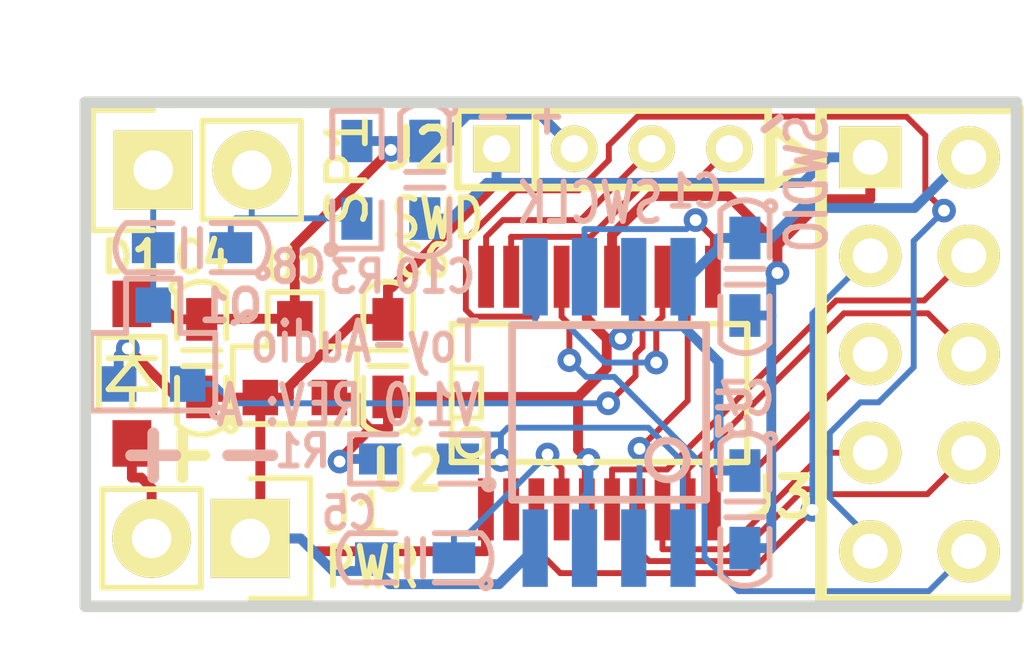
<source format=kicad_pcb>
(kicad_pcb (version 4) (host pcbnew "(2015-07-02 BZR 5871, Git 766da1e)-product")

  (general
    (links 50)
    (no_connects 0)
    (area 91.182123 87.0998 126.474667 103.450276)
    (thickness 1.6)
    (drawings 15)
    (tracks 258)
    (zones 0)
    (modules 18)
    (nets 23)
  )

  (page A4)
  (layers
    (0 F.Cu signal)
    (31 B.Cu signal)
    (32 B.Adhes user)
    (33 F.Adhes user)
    (34 B.Paste user)
    (35 F.Paste user)
    (36 B.SilkS user)
    (37 F.SilkS user)
    (38 B.Mask user)
    (39 F.Mask user)
    (40 Dwgs.User user)
    (41 Cmts.User user)
    (42 Eco1.User user)
    (43 Eco2.User user)
    (44 Edge.Cuts user)
    (45 Margin user)
    (46 B.CrtYd user)
    (47 F.CrtYd user)
    (48 B.Fab user)
    (49 F.Fab user)
  )

  (setup
    (last_trace_width 0.1524)
    (trace_clearance 0.1524)
    (zone_clearance 0.508)
    (zone_45_only no)
    (trace_min 0.1524)
    (segment_width 0.2)
    (edge_width 0.3)
    (via_size 0.6096)
    (via_drill 0.3048)
    (via_min_size 0.6096)
    (via_min_drill 0.3048)
    (uvia_size 0.3)
    (uvia_drill 0.1)
    (uvias_allowed no)
    (uvia_min_size 0.2)
    (uvia_min_drill 0.1)
    (pcb_text_width 0.3)
    (pcb_text_size 1.5 1.5)
    (mod_edge_width 0.2)
    (mod_text_size 1 1)
    (mod_text_width 0.15)
    (pad_size 0.50038 1.7)
    (pad_drill 0.6)
    (pad_to_mask_clearance 0)
    (aux_axis_origin 169 103)
    (grid_origin 169 103)
    (visible_elements 7FFEFFFF)
    (pcbplotparams
      (layerselection 0x000f0_80000001)
      (usegerberextensions true)
      (excludeedgelayer true)
      (linewidth 0.100000)
      (plotframeref false)
      (viasonmask false)
      (mode 1)
      (useauxorigin true)
      (hpglpennumber 1)
      (hpglpenspeed 20)
      (hpglpendiameter 15)
      (hpglpenoverlay 2)
      (psnegative false)
      (psa4output false)
      (plotreference true)
      (plotvalue false)
      (plotinvisibletext false)
      (padsonsilk false)
      (subtractmaskfromsilk true)
      (outputformat 1)
      (mirror false)
      (drillshape 0)
      (scaleselection 1)
      (outputdirectory Gerber/))
  )

  (net 0 "")
  (net 1 GND)
  (net 2 VCC)
  (net 3 VDD)
  (net 4 "Net-(C8-Pad1)")
  (net 5 "Net-(C8-Pad2)")
  (net 6 "Net-(D1-PadA)")
  (net 7 /SWCLK)
  (net 8 /SWDIO)
  (net 9 /SDA1)
  (net 10 /SCL1)
  (net 11 /UART2_EN)
  (net 12 /USART2_CTS)
  (net 13 /USART2_CK)
  (net 14 /USART2_RX)
  (net 15 /USART2_TX)
  (net 16 /USART2_RTS)
  (net 17 /PWM)
  (net 18 /~CS-FL)
  (net 19 /SCK1)
  (net 20 /MISO1)
  (net 21 /MOSI1)
  (net 22 "Net-(C5-Pad1)")

  (net_class Default "Dit is de standaard class."
    (clearance 0.1524)
    (trace_width 0.1524)
    (via_dia 0.6096)
    (via_drill 0.3048)
    (uvia_dia 0.3)
    (uvia_drill 0.1)
    (add_net /MISO1)
    (add_net /MOSI1)
    (add_net /PWM)
    (add_net /SCK1)
    (add_net /SCL1)
    (add_net /SDA1)
    (add_net /SWCLK)
    (add_net /SWDIO)
    (add_net /UART2_EN)
    (add_net /USART2_CK)
    (add_net /USART2_CTS)
    (add_net /USART2_RTS)
    (add_net /USART2_RX)
    (add_net /USART2_TX)
    (add_net /~CS-FL)
    (add_net "Net-(C5-Pad1)")
    (add_net "Net-(C8-Pad1)")
    (add_net "Net-(C8-Pad2)")
  )

  (net_class PWR ""
    (clearance 0.1524)
    (trace_width 0.254)
    (via_dia 0.6096)
    (via_drill 0.3048)
    (uvia_dia 0.3)
    (uvia_drill 0.1)
    (add_net GND)
    (add_net "Net-(D1-PadA)")
    (add_net VCC)
    (add_net VDD)
  )

  (module MvdL:C0603 (layer F.Cu) (tedit 55EE03CC) (tstamp 55EDFFDA)
    (at 99 96.6 270)
    (path /55EEE893)
    (attr smd)
    (fp_text reference C4 (at -2.6 0 360) (layer F.SilkS)
      (effects (font (size 0.8128 0.7112) (thickness 0.1524)))
    )
    (fp_text value 10u (at 0.0254 1.143 270) (layer F.Fab)
      (effects (font (size 0.50038 0.50038) (thickness 0.10922)))
    )
    (fp_line (start 0.2032 -0.4826) (end 0.2032 0.4826) (layer F.SilkS) (width 0.1524))
    (fp_line (start -0.2032 -0.4826) (end -0.2032 0.4826) (layer F.SilkS) (width 0.1524))
    (fp_line (start 0.5064 -0.635) (end 1.7002 -0.635) (layer F.SilkS) (width 0.1524))
    (fp_line (start 0.5064 0.635) (end 1.7002 0.635) (layer F.SilkS) (width 0.1524))
    (fp_arc (start 1.0906 0) (end 1.7002 0.635) (angle -90) (layer F.SilkS) (width 0.1524))
    (fp_arc (start -1.0906 0) (end -1.7002 0.635) (angle 90) (layer F.SilkS) (width 0.1524))
    (fp_line (start -0.5064 0.635) (end -1.7002 0.635) (layer F.SilkS) (width 0.1524))
    (fp_line (start -0.5064 -0.635) (end -1.7002 -0.635) (layer F.SilkS) (width 0.1524))
    (fp_circle (center -1.8224 0.658) (end -1.8224 0.531) (layer F.SilkS) (width 0.1524))
    (pad 1 smd rect (at -1 0 270) (size 1.1 0.8) (layers F.Cu F.Paste F.Mask)
      (net 2 VCC) (clearance 0.1524))
    (pad 2 smd rect (at 1 0 270) (size 1.1 0.8) (layers F.Cu F.Paste F.Mask)
      (net 1 GND) (clearance 0.1524))
    (model smd/chip_cms.wrl
      (at (xyz 0 0 0))
      (scale (xyz 0.1 0.1 0.1))
      (rotate (xyz 0 0 0))
    )
  )

  (module MvdL:C0603 (layer B.Cu) (tedit 55EF3857) (tstamp 55EDFFE0)
    (at 104.5 101.75 180)
    (path /55EEED18)
    (attr smd)
    (fp_text reference C5 (at 1.7 1.15 180) (layer B.SilkS)
      (effects (font (size 0.8128 0.7112) (thickness 0.1524)) (justify mirror))
    )
    (fp_text value 100n (at 0.0254 -1.143 180) (layer B.Fab)
      (effects (font (size 0.50038 0.50038) (thickness 0.10922)) (justify mirror))
    )
    (fp_line (start 0.2032 0.4826) (end 0.2032 -0.4826) (layer B.SilkS) (width 0.1524))
    (fp_line (start -0.2032 0.4826) (end -0.2032 -0.4826) (layer B.SilkS) (width 0.1524))
    (fp_line (start 0.5064 0.635) (end 1.7002 0.635) (layer B.SilkS) (width 0.1524))
    (fp_line (start 0.5064 -0.635) (end 1.7002 -0.635) (layer B.SilkS) (width 0.1524))
    (fp_arc (start 1.0906 0) (end 1.7002 -0.635) (angle 90) (layer B.SilkS) (width 0.1524))
    (fp_arc (start -1.0906 0) (end -1.7002 -0.635) (angle -90) (layer B.SilkS) (width 0.1524))
    (fp_line (start -0.5064 -0.635) (end -1.7002 -0.635) (layer B.SilkS) (width 0.1524))
    (fp_line (start -0.5064 0.635) (end -1.7002 0.635) (layer B.SilkS) (width 0.1524))
    (fp_circle (center -1.8224 -0.658) (end -1.8224 -0.531) (layer B.SilkS) (width 0.1524))
    (pad 1 smd rect (at -1 0 180) (size 1.1 0.8) (layers B.Cu B.Paste B.Mask)
      (net 22 "Net-(C5-Pad1)") (clearance 0.1524))
    (pad 2 smd rect (at 1 0 180) (size 1.1 0.8) (layers B.Cu B.Paste B.Mask)
      (net 1 GND) (clearance 0.1524))
    (model smd/chip_cms.wrl
      (at (xyz 0 0 0))
      (scale (xyz 0.1 0.1 0.1))
      (rotate (xyz 0 0 0))
    )
  )

  (module MvdL:C0603 (layer F.Cu) (tedit 55F1E250) (tstamp 55EDFFE6)
    (at 103.8 96.6 90)
    (path /55EEE9C5)
    (attr smd)
    (fp_text reference C6 (at 2.5 0.9 180) (layer F.SilkS)
      (effects (font (size 0.8128 0.7112) (thickness 0.1524)))
    )
    (fp_text value 1u (at 0.0254 1.143 90) (layer F.Fab)
      (effects (font (size 0.50038 0.50038) (thickness 0.10922)))
    )
    (fp_line (start 0.2032 -0.4826) (end 0.2032 0.4826) (layer F.SilkS) (width 0.1524))
    (fp_line (start -0.2032 -0.4826) (end -0.2032 0.4826) (layer F.SilkS) (width 0.1524))
    (fp_line (start 0.5064 -0.635) (end 1.7002 -0.635) (layer F.SilkS) (width 0.1524))
    (fp_line (start 0.5064 0.635) (end 1.7002 0.635) (layer F.SilkS) (width 0.1524))
    (fp_arc (start 1.0906 0) (end 1.7002 0.635) (angle -90) (layer F.SilkS) (width 0.1524))
    (fp_arc (start -1.0906 0) (end -1.7002 0.635) (angle 90) (layer F.SilkS) (width 0.1524))
    (fp_line (start -0.5064 0.635) (end -1.7002 0.635) (layer F.SilkS) (width 0.1524))
    (fp_line (start -0.5064 -0.635) (end -1.7002 -0.635) (layer F.SilkS) (width 0.1524))
    (fp_circle (center -1.8224 0.658) (end -1.8224 0.531) (layer F.SilkS) (width 0.1524))
    (pad 1 smd rect (at -1 0 90) (size 1.1 0.8) (layers F.Cu F.Paste F.Mask)
      (net 3 VDD) (clearance 0.1524))
    (pad 2 smd rect (at 1 0 90) (size 1.1 0.8) (layers F.Cu F.Paste F.Mask)
      (net 1 GND) (clearance 0.1524))
    (model smd/chip_cms.wrl
      (at (xyz 0 0 0))
      (scale (xyz 0.1 0.1 0.1))
      (rotate (xyz 0 0 0))
    )
  )

  (module MvdL:C0603 (layer B.Cu) (tedit 55EEB3DE) (tstamp 55EDFFEC)
    (at 113 100.5 270)
    (path /55D300C8)
    (attr smd)
    (fp_text reference C7 (at -2.85 -0.05 540) (layer B.SilkS)
      (effects (font (size 0.8128 0.7112) (thickness 0.1524)) (justify mirror))
    )
    (fp_text value 10u (at 0.0254 -1.143 270) (layer B.Fab)
      (effects (font (size 0.50038 0.50038) (thickness 0.10922)) (justify mirror))
    )
    (fp_line (start 0.2032 0.4826) (end 0.2032 -0.4826) (layer B.SilkS) (width 0.1524))
    (fp_line (start -0.2032 0.4826) (end -0.2032 -0.4826) (layer B.SilkS) (width 0.1524))
    (fp_line (start 0.5064 0.635) (end 1.7002 0.635) (layer B.SilkS) (width 0.1524))
    (fp_line (start 0.5064 -0.635) (end 1.7002 -0.635) (layer B.SilkS) (width 0.1524))
    (fp_arc (start 1.0906 0) (end 1.7002 -0.635) (angle 90) (layer B.SilkS) (width 0.1524))
    (fp_arc (start -1.0906 0) (end -1.7002 -0.635) (angle -90) (layer B.SilkS) (width 0.1524))
    (fp_line (start -0.5064 -0.635) (end -1.7002 -0.635) (layer B.SilkS) (width 0.1524))
    (fp_line (start -0.5064 0.635) (end -1.7002 0.635) (layer B.SilkS) (width 0.1524))
    (fp_circle (center -1.8224 -0.658) (end -1.8224 -0.531) (layer B.SilkS) (width 0.1524))
    (pad 1 smd rect (at -1 0 270) (size 1.1 0.8) (layers B.Cu B.Paste B.Mask)
      (net 3 VDD) (clearance 0.1524))
    (pad 2 smd rect (at 1 0 270) (size 1.1 0.8) (layers B.Cu B.Paste B.Mask)
      (net 1 GND) (clearance 0.1524))
    (model smd/chip_cms.wrl
      (at (xyz 0 0 0))
      (scale (xyz 0.1 0.1 0.1))
      (rotate (xyz 0 0 0))
    )
  )

  (module MvdL:C0603 (layer B.Cu) (tedit 55EEB3CB) (tstamp 55EDFFF2)
    (at 98.75 93.75 180)
    (path /55EC5984)
    (attr smd)
    (fp_text reference C8 (at -2.75 -0.5 180) (layer B.SilkS)
      (effects (font (size 0.8128 0.7112) (thickness 0.1524)) (justify mirror))
    )
    (fp_text value 22nF (at 0.0254 -1.143 180) (layer B.Fab)
      (effects (font (size 0.50038 0.50038) (thickness 0.10922)) (justify mirror))
    )
    (fp_line (start 0.2032 0.4826) (end 0.2032 -0.4826) (layer B.SilkS) (width 0.1524))
    (fp_line (start -0.2032 0.4826) (end -0.2032 -0.4826) (layer B.SilkS) (width 0.1524))
    (fp_line (start 0.5064 0.635) (end 1.7002 0.635) (layer B.SilkS) (width 0.1524))
    (fp_line (start 0.5064 -0.635) (end 1.7002 -0.635) (layer B.SilkS) (width 0.1524))
    (fp_arc (start 1.0906 0) (end 1.7002 -0.635) (angle 90) (layer B.SilkS) (width 0.1524))
    (fp_arc (start -1.0906 0) (end -1.7002 -0.635) (angle -90) (layer B.SilkS) (width 0.1524))
    (fp_line (start -0.5064 -0.635) (end -1.7002 -0.635) (layer B.SilkS) (width 0.1524))
    (fp_line (start -0.5064 0.635) (end -1.7002 0.635) (layer B.SilkS) (width 0.1524))
    (fp_circle (center -1.8224 -0.658) (end -1.8224 -0.531) (layer B.SilkS) (width 0.1524))
    (pad 1 smd rect (at -1 0 180) (size 1.1 0.8) (layers B.Cu B.Paste B.Mask)
      (net 4 "Net-(C8-Pad1)") (clearance 0.1524))
    (pad 2 smd rect (at 1 0 180) (size 1.1 0.8) (layers B.Cu B.Paste B.Mask)
      (net 5 "Net-(C8-Pad2)") (clearance 0.1524))
    (model smd/chip_cms.wrl
      (at (xyz 0 0 0))
      (scale (xyz 0.1 0.1 0.1))
      (rotate (xyz 0 0 0))
    )
  )

  (module MvdL:C0603 (layer B.Cu) (tedit 55F1DFB6) (tstamp 55EDFFFE)
    (at 104.75 92 270)
    (path /55EC5971)
    (attr smd)
    (fp_text reference C10 (at 2.5 -0.25 360) (layer B.SilkS)
      (effects (font (size 0.8128 0.7112) (thickness 0.1524)) (justify mirror))
    )
    (fp_text value 10uF (at 0.0254 -1.143 270) (layer B.Fab)
      (effects (font (size 0.50038 0.50038) (thickness 0.10922)) (justify mirror))
    )
    (fp_line (start 0.2032 0.4826) (end 0.2032 -0.4826) (layer B.SilkS) (width 0.1524))
    (fp_line (start -0.2032 0.4826) (end -0.2032 -0.4826) (layer B.SilkS) (width 0.1524))
    (fp_line (start 0.5064 0.635) (end 1.7002 0.635) (layer B.SilkS) (width 0.1524))
    (fp_line (start 0.5064 -0.635) (end 1.7002 -0.635) (layer B.SilkS) (width 0.1524))
    (fp_arc (start 1.0906 0) (end 1.7002 -0.635) (angle 90) (layer B.SilkS) (width 0.1524))
    (fp_arc (start -1.0906 0) (end -1.7002 -0.635) (angle -90) (layer B.SilkS) (width 0.1524))
    (fp_line (start -0.5064 -0.635) (end -1.7002 -0.635) (layer B.SilkS) (width 0.1524))
    (fp_line (start -0.5064 0.635) (end -1.7002 0.635) (layer B.SilkS) (width 0.1524))
    (fp_circle (center -1.8224 -0.658) (end -1.8224 -0.531) (layer B.SilkS) (width 0.1524))
    (pad 1 smd rect (at -1 0 270) (size 1.1 0.8) (layers B.Cu B.Paste B.Mask)
      (net 2 VCC) (clearance 0.1524))
    (pad 2 smd rect (at 1 0 270) (size 1.1 0.8) (layers B.Cu B.Paste B.Mask)
      (net 1 GND) (clearance 0.1524))
    (model smd/chip_cms.wrl
      (at (xyz 0 0 0))
      (scale (xyz 0.1 0.1 0.1))
      (rotate (xyz 0 0 0))
    )
  )

  (module MvdL:SOD-123 (layer F.Cu) (tedit 55EE034C) (tstamp 55EE000A)
    (at 97.2 97 270)
    (path /548FBF10)
    (fp_text reference D1 (at -3 0 360) (layer F.SilkS)
      (effects (font (size 0.8 0.8) (thickness 0.17)))
    )
    (fp_text value MBR0520LT1G (at 0.1 1.6 270) (layer F.Fab)
      (effects (font (size 0.8 0.8) (thickness 0.15)))
    )
    (fp_line (start 0.4 0) (end 0.95 0) (layer F.SilkS) (width 0.1524))
    (fp_line (start -0.4 0) (end -0.95 0) (layer F.SilkS) (width 0.1524))
    (fp_line (start -0.95 -0.85) (end -0.95 0.85) (layer F.SilkS) (width 0.1524))
    (fp_line (start -0.95 0.85) (end 0.95 0.85) (layer F.SilkS) (width 0.1524))
    (fp_line (start 0.95 0.85) (end 0.95 -0.85) (layer F.SilkS) (width 0.1524))
    (fp_line (start 0.95 -0.85) (end -0.95 -0.85) (layer F.SilkS) (width 0.1524))
    (fp_line (start -0.4 0) (end 0.4 -0.6) (layer F.SilkS) (width 0.15))
    (fp_line (start 0.4 -0.6) (end 0.4 0.6) (layer F.SilkS) (width 0.15))
    (fp_line (start 0.4 0.6) (end -0.3 0) (layer F.SilkS) (width 0.15))
    (fp_line (start -0.4 -0.6) (end -0.4 0.6) (layer F.SilkS) (width 0.15))
    (pad C smd rect (at -1.8 0 270) (size 1.2 1) (layers F.Cu F.Paste F.Mask)
      (net 2 VCC) (clearance 0.1524))
    (pad A smd rect (at 1.8 0 270) (size 1.2 1) (layers F.Cu F.Paste F.Mask)
      (net 6 "Net-(D1-PadA)") (clearance 0.1524))
  )

  (module MvdL:SOT23 (layer B.Cu) (tedit 55EE018E) (tstamp 55EE004F)
    (at 97.75 96.25)
    (descr "Module CMS SOT23 Transistore EBC")
    (tags "CMS SOT")
    (path /55EC5956)
    (attr smd)
    (fp_text reference Q1 (at 2 -1) (layer B.SilkS)
      (effects (font (size 0.8 0.8) (thickness 0.17)) (justify mirror))
    )
    (fp_text value Si2302DS (at -0.05 2.3) (layer B.Fab)
      (effects (font (size 0.762 0.762) (thickness 0.1905)) (justify mirror))
    )
    (fp_line (start -0.7 -1.7) (end -0.7 -0.3) (layer B.SilkS) (width 0.1524))
    (fp_line (start -0.7 -0.3) (end -1.6 -0.3) (layer B.SilkS) (width 0.1524))
    (fp_line (start -1.6 -0.3) (end -1.6 1.7) (layer B.SilkS) (width 0.1524))
    (fp_line (start 0.7 -0.3) (end 0.7 -1.7) (layer B.SilkS) (width 0.1524))
    (fp_line (start 1.6 1.7) (end 1.6 -0.3) (layer B.SilkS) (width 0.1524))
    (fp_line (start 1.6 -0.3) (end 0.7 -0.3) (layer B.SilkS) (width 0.1524))
    (fp_line (start -0.7 -1.7) (end 0.7 -1.7) (layer B.SilkS) (width 0.1524))
    (fp_line (start -1.6 1.7) (end 1.6 1.7) (layer B.SilkS) (width 0.1524))
    (fp_circle (center 1.65 1.75) (end 1.55 1.65) (layer B.SilkS) (width 0.15))
    (pad 2 smd rect (at -0.889 1.016) (size 0.9144 0.9144) (layers B.Cu B.Paste B.Mask)
      (net 1 GND) (die_length -2147.483648) (clearance 0.1524))
    (pad 1 smd rect (at 0.889 1.016) (size 0.9144 0.9144) (layers B.Cu B.Paste B.Mask)
      (net 17 /PWM) (clearance 0.1524))
    (pad 3 smd rect (at 0 -1.016) (size 0.9144 0.9144) (layers B.Cu B.Paste B.Mask)
      (net 5 "Net-(C8-Pad2)") (clearance 0.1524))
    (model smd/cms_sot23.wrl
      (at (xyz 0 0 0))
      (scale (xyz 0.13 0.15 0.15))
      (rotate (xyz 0 0 0))
    )
  )

  (module MvdL:R0603 (layer B.Cu) (tedit 55F1DFAE) (tstamp 55EE0061)
    (at 103 92 90)
    (path /55EC5964)
    (attr smd)
    (fp_text reference R3 (at -2.5 0 180) (layer B.SilkS)
      (effects (font (size 0.8128 0.7112) (thickness 0.1524)) (justify mirror))
    )
    (fp_text value 1R (at 0.0254 -1.143 90) (layer B.Fab)
      (effects (font (size 0.50038 0.50038) (thickness 0.10922)) (justify mirror))
    )
    (fp_line (start -1.6002 0.635) (end -1.7272 0.635) (layer B.SilkS) (width 0.1524))
    (fp_line (start -1.7772 0.635) (end -1.7772 -0.635) (layer B.SilkS) (width 0.1524))
    (fp_line (start -1.7272 -0.635) (end -1.6256 -0.635) (layer B.SilkS) (width 0.1524))
    (fp_line (start 1.6002 0.635) (end 1.7272 0.635) (layer B.SilkS) (width 0.1524))
    (fp_line (start 1.7772 0.635) (end 1.7772 -0.635) (layer B.SilkS) (width 0.1524))
    (fp_line (start 1.7272 -0.635) (end 1.6002 -0.635) (layer B.SilkS) (width 0.1524))
    (fp_line (start 0.5814 0.635) (end 1.7752 0.635) (layer B.SilkS) (width 0.1524))
    (fp_line (start 0.5814 -0.635) (end 1.7752 -0.635) (layer B.SilkS) (width 0.1524))
    (fp_line (start -0.5564 -0.635) (end -1.7502 -0.635) (layer B.SilkS) (width 0.1524))
    (fp_line (start -0.5814 0.635) (end -1.7752 0.635) (layer B.SilkS) (width 0.1524))
    (fp_circle (center -1.7974 -0.658) (end -1.7974 -0.531) (layer B.SilkS) (width 0.1524))
    (pad 1 smd rect (at -1 0 90) (size 1.0922 0.8) (layers B.Cu B.Paste B.Mask)
      (net 4 "Net-(C8-Pad1)") (clearance 0.1524))
    (pad 2 smd rect (at 1 0 90) (size 1.0922 0.8) (layers B.Cu B.Paste B.Mask)
      (net 2 VCC) (clearance 0.1524))
    (model smd/chip_cms.wrl
      (at (xyz 0 0 0))
      (scale (xyz 0.1 0.1 0.1))
      (rotate (xyz 0 0 0))
    )
  )

  (module MvdL:SOT23 (layer F.Cu) (tedit 55EE03D0) (tstamp 55EE0078)
    (at 101.4 96.6 180)
    (descr "Module CMS SOT23 Transistore EBC")
    (tags "CMS SOT")
    (path /55C87310)
    (attr smd)
    (fp_text reference U1 (at 0 2.4 180) (layer F.SilkS)
      (effects (font (size 0.8 0.8) (thickness 0.17)))
    )
    (fp_text value XC6206P332MR (at -0.05 -2.3 180) (layer F.Fab)
      (effects (font (size 0.762 0.762) (thickness 0.1905)))
    )
    (fp_line (start -0.7 1.7) (end -0.7 0.3) (layer F.SilkS) (width 0.1524))
    (fp_line (start -0.7 0.3) (end -1.6 0.3) (layer F.SilkS) (width 0.1524))
    (fp_line (start -1.6 0.3) (end -1.6 -1.7) (layer F.SilkS) (width 0.1524))
    (fp_line (start 0.7 0.3) (end 0.7 1.7) (layer F.SilkS) (width 0.1524))
    (fp_line (start 1.6 -1.7) (end 1.6 0.3) (layer F.SilkS) (width 0.1524))
    (fp_line (start 1.6 0.3) (end 0.7 0.3) (layer F.SilkS) (width 0.1524))
    (fp_line (start -0.7 1.7) (end 0.7 1.7) (layer F.SilkS) (width 0.1524))
    (fp_line (start -1.6 -1.7) (end 1.6 -1.7) (layer F.SilkS) (width 0.1524))
    (fp_circle (center 1.65 -1.75) (end 1.55 -1.65) (layer F.SilkS) (width 0.15))
    (pad 2 smd rect (at -0.889 -1.016 180) (size 0.9144 0.9144) (layers F.Cu F.Paste F.Mask)
      (net 3 VDD) (die_length -2147.483648) (clearance 0.1524))
    (pad 1 smd rect (at 0.889 -1.016 180) (size 0.9144 0.9144) (layers F.Cu F.Paste F.Mask)
      (net 1 GND) (clearance 0.1524))
    (pad 3 smd rect (at 0 1.016 180) (size 0.9144 0.9144) (layers F.Cu F.Paste F.Mask)
      (net 2 VCC) (clearance 0.1524))
    (model smd/cms_sot23.wrl
      (at (xyz 0 0 0))
      (scale (xyz 0.13 0.15 0.15))
      (rotate (xyz 0 0 0))
    )
  )

  (module MvdL:TSSOP20 (layer F.Cu) (tedit 55F1E289) (tstamp 55EE0090)
    (at 109.25 97.5)
    (descr "SSOP 20 pins")
    (tags "CMS SSOP SMD")
    (path /55EC69BE)
    (attr smd)
    (fp_text reference U2 (at -4.95 2 180) (layer F.SilkS)
      (effects (font (size 1 0.9) (thickness 0.2)))
    )
    (fp_text value STM32F030Fx (at 0 0) (layer F.Fab)
      (effects (font (size 1 1) (thickness 0.2)))
    )
    (fp_line (start 3.81 -1.778) (end -3.81 -1.778) (layer F.SilkS) (width 0.1651))
    (fp_line (start -3.81 1.778) (end 3.81 1.778) (layer F.SilkS) (width 0.1651))
    (fp_line (start 3.81 -1.778) (end 3.81 1.778) (layer F.SilkS) (width 0.1651))
    (fp_line (start -3.81 1.778) (end -3.81 -1.778) (layer F.SilkS) (width 0.1524))
    (fp_circle (center -3.302 1.27) (end -3.556 1.016) (layer F.SilkS) (width 0.1524))
    (fp_line (start -3.81 -0.635) (end -3.048 -0.635) (layer F.SilkS) (width 0.1524))
    (fp_line (start -3.048 -0.635) (end -3.048 0.635) (layer F.SilkS) (width 0.1524))
    (fp_line (start -3.048 0.635) (end -3.81 0.635) (layer F.SilkS) (width 0.1524))
    (pad 1 smd rect (at -2.925 3) (size 0.4064 1.6) (layers F.Cu F.Paste F.Mask)
      (net 1 GND))
    (pad 2 smd rect (at -2.275 3) (size 0.4064 1.6) (layers F.Cu F.Paste F.Mask)
      (net 18 /~CS-FL))
    (pad 3 smd rect (at -1.625 3) (size 0.4064 1.6) (layers F.Cu F.Paste F.Mask)
      (net 11 /UART2_EN))
    (pad 4 smd rect (at -0.975 3) (size 0.4064 1.6) (layers F.Cu F.Paste F.Mask)
      (net 22 "Net-(C5-Pad1)"))
    (pad 5 smd rect (at -0.325 3) (size 0.4064 1.6) (layers F.Cu F.Paste F.Mask)
      (net 3 VDD))
    (pad 6 smd rect (at 0.325 3) (size 0.4064 1.6) (layers F.Cu F.Paste F.Mask)
      (net 12 /USART2_CTS))
    (pad 7 smd rect (at 0.975 3) (size 0.4064 1.6) (layers F.Cu F.Paste F.Mask)
      (net 16 /USART2_RTS))
    (pad 8 smd rect (at 1.625 3) (size 0.4064 1.6) (layers F.Cu F.Paste F.Mask)
      (net 15 /USART2_TX))
    (pad 9 smd rect (at 2.275 3) (size 0.4064 1.6) (layers F.Cu F.Paste F.Mask)
      (net 14 /USART2_RX))
    (pad 10 smd rect (at 2.925 3) (size 0.4064 1.6) (layers F.Cu F.Paste F.Mask)
      (net 13 /USART2_CK))
    (pad 11 smd rect (at 2.925 -3) (size 0.4064 1.6) (layers F.Cu F.Paste F.Mask)
      (net 19 /SCK1))
    (pad 12 smd rect (at 2.275 -3) (size 0.4064 1.6) (layers F.Cu F.Paste F.Mask)
      (net 20 /MISO1))
    (pad 13 smd rect (at 1.625 -3) (size 0.4064 1.6) (layers F.Cu F.Paste F.Mask)
      (net 21 /MOSI1))
    (pad 14 smd rect (at 0.975 -3) (size 0.4064 1.6) (layers F.Cu F.Paste F.Mask)
      (net 17 /PWM))
    (pad 15 smd rect (at 0.325 -3) (size 0.4064 1.6) (layers F.Cu F.Paste F.Mask)
      (net 1 GND))
    (pad 16 smd rect (at -0.325 -3) (size 0.4064 1.6) (layers F.Cu F.Paste F.Mask)
      (net 3 VDD))
    (pad 17 smd rect (at -0.975 -3) (size 0.4064 1.6) (layers F.Cu F.Paste F.Mask)
      (net 10 /SCL1))
    (pad 18 smd rect (at -1.625 -3) (size 0.4064 1.6) (layers F.Cu F.Paste F.Mask)
      (net 9 /SDA1))
    (pad 19 smd rect (at -2.275 -3) (size 0.4064 1.6) (layers F.Cu F.Paste F.Mask)
      (net 8 /SWDIO))
    (pad 20 smd rect (at -2.921 -3) (size 0.4064 1.6) (layers F.Cu F.Paste F.Mask)
      (net 7 /SWCLK))
    (model smd/cms_so20.wrl
      (at (xyz 0 0 0))
      (scale (xyz 0.255 0.33 0.3))
      (rotate (xyz 0 0 0))
    )
  )

  (module MvdL:HDR_5x2 (layer F.Cu) (tedit 55F1E266) (tstamp 55EE3ED3)
    (at 117.5 96.5 270)
    (descr "Double rangee de contacts 2 x 5 pins")
    (tags CONN)
    (path /55EE328F)
    (fp_text reference J3 (at 3.7 3.6 360) (layer F.SilkS)
      (effects (font (size 1.016 1.016) (thickness 0.2032)))
    )
    (fp_text value CONN_01X10 (at 0 -3.81 270) (layer F.Fab) hide
      (effects (font (size 1.016 1.016) (thickness 0.2032)))
    )
    (fp_line (start -5.08 2.79) (end -5.842 3.806) (layer F.SilkS) (width 0.24892))
    (fp_line (start -5.842 3.806) (end -4.318 3.806) (layer F.SilkS) (width 0.24892))
    (fp_line (start -4.318 3.806) (end -5.08 2.79) (layer F.SilkS) (width 0.24892))
    (fp_line (start -6.35 -2.54) (end 6.35 -2.54) (layer F.SilkS) (width 0.3048))
    (fp_line (start 6.35 -2.54) (end 6.35 2.54) (layer F.SilkS) (width 0.3048))
    (fp_line (start 6.35 2.54) (end -6.35 2.54) (layer F.SilkS) (width 0.3048))
    (fp_line (start -6.35 2.54) (end -6.35 -2.54) (layer F.SilkS) (width 0.3048))
    (pad 1 thru_hole rect (at -5.08 1.27 270) (size 1.6002 1.6002) (drill 0.9) (layers *.Cu *.Mask F.SilkS)
      (net 1 GND))
    (pad 2 thru_hole circle (at -5.08 -1.27 270) (size 1.6002 1.6002) (drill 0.9) (layers *.Cu *.Mask F.SilkS)
      (net 3 VDD))
    (pad 3 thru_hole circle (at -2.54 1.27 270) (size 1.6002 1.6002) (drill 0.9) (layers *.Cu *.Mask F.SilkS)
      (net 11 /UART2_EN))
    (pad 4 thru_hole circle (at -2.54 -1.27 270) (size 1.6002 1.6002) (drill 0.9) (layers *.Cu *.Mask F.SilkS)
      (net 12 /USART2_CTS))
    (pad 5 thru_hole circle (at 0 1.27 270) (size 1.6002 1.6002) (drill 0.9) (layers *.Cu *.Mask F.SilkS)
      (net 13 /USART2_CK))
    (pad 6 thru_hole circle (at 0 -1.27 270) (size 1.6002 1.6002) (drill 0.9) (layers *.Cu *.Mask F.SilkS)
      (net 14 /USART2_RX))
    (pad 7 thru_hole circle (at 2.54 1.27 270) (size 1.6002 1.6002) (drill 0.9) (layers *.Cu *.Mask F.SilkS)
      (net 15 /USART2_TX))
    (pad 8 thru_hole circle (at 2.54 -1.27 270) (size 1.6002 1.6002) (drill 0.9) (layers *.Cu *.Mask F.SilkS)
      (net 16 /USART2_RTS))
    (pad 9 thru_hole circle (at 5.08 1.27 270) (size 1.6002 1.6002) (drill 0.9) (layers *.Cu *.Mask F.SilkS)
      (net 9 /SDA1))
    (pad 10 thru_hole circle (at 5.08 -1.27 270) (size 1.6002 1.6002) (drill 0.9) (layers *.Cu *.Mask F.SilkS)
      (net 10 /SCL1))
    (model pin_array/pins_array_5x2.wrl
      (at (xyz 0 0 0))
      (scale (xyz 1 1 1))
      (rotate (xyz 0 0 0))
    )
  )

  (module MvdL:HDR-01X4-RM2 locked (layer F.Cu) (tedit 55EE00E6) (tstamp 55EE001E)
    (at 106.6 91.2)
    (descr "Connecteur 4 pibs")
    (tags "CONN DEV")
    (path /55EEF165)
    (fp_text reference J2 (at -2 0) (layer F.SilkS)
      (effects (font (size 1 1) (thickness 0.2)))
    )
    (fp_text value CONN_01X04 (at 3 -2.5) (layer F.Fab)
      (effects (font (size 1.524 1.016) (thickness 0.254)))
    )
    (fp_line (start 1 -1) (end 1 1) (layer F.SilkS) (width 0.2))
    (fp_line (start -1 -1) (end -1 1) (layer F.SilkS) (width 0.2))
    (fp_line (start -1 1) (end 7 1) (layer F.SilkS) (width 0.2))
    (fp_line (start 7 1) (end 7 -1) (layer F.SilkS) (width 0.2))
    (fp_line (start 7 -1) (end -1 -1) (layer F.SilkS) (width 0.2))
    (pad 1 thru_hole rect (at 0 0) (size 1.2 1.2) (drill 0.7) (layers *.Cu *.Mask F.SilkS)
      (net 1 GND))
    (pad 2 thru_hole circle (at 2 0) (size 1.2 1.2) (drill 0.7) (layers *.Cu *.Mask F.SilkS)
      (net 2 VCC))
    (pad 3 thru_hole circle (at 4 0) (size 1.2 1.2) (drill 0.7) (layers *.Cu *.Mask F.SilkS)
      (net 7 /SWCLK))
    (pad 4 thru_hole circle (at 6 0) (size 1.2 1.2) (drill 0.7) (layers *.Cu *.Mask F.SilkS)
      (net 8 /SWDIO))
  )

  (module Pin_Headers:Pin_Header_Straight_1x02 (layer F.Cu) (tedit 55EE0206) (tstamp 55EE0069)
    (at 97.75 91.75 90)
    (descr "Through hole pin header")
    (tags "pin header")
    (path /55EC5935)
    (fp_text reference SP1 (at 0 5 90) (layer F.SilkS)
      (effects (font (size 1 1) (thickness 0.15)))
    )
    (fp_text value 8Ohm (at 0 -3.1 90) (layer F.Fab)
      (effects (font (size 1 1) (thickness 0.15)))
    )
    (fp_line (start 1.27 1.27) (end 1.27 3.81) (layer F.SilkS) (width 0.15))
    (fp_line (start 1.55 -1.55) (end 1.55 0) (layer F.SilkS) (width 0.15))
    (fp_line (start -1.75 -1.75) (end -1.75 4.3) (layer F.CrtYd) (width 0.05))
    (fp_line (start 1.75 -1.75) (end 1.75 4.3) (layer F.CrtYd) (width 0.05))
    (fp_line (start -1.75 -1.75) (end 1.75 -1.75) (layer F.CrtYd) (width 0.05))
    (fp_line (start -1.75 4.3) (end 1.75 4.3) (layer F.CrtYd) (width 0.05))
    (fp_line (start 1.27 1.27) (end -1.27 1.27) (layer F.SilkS) (width 0.15))
    (fp_line (start -1.55 0) (end -1.55 -1.55) (layer F.SilkS) (width 0.15))
    (fp_line (start -1.55 -1.55) (end 1.55 -1.55) (layer F.SilkS) (width 0.15))
    (fp_line (start -1.27 1.27) (end -1.27 3.81) (layer F.SilkS) (width 0.15))
    (fp_line (start -1.27 3.81) (end 1.27 3.81) (layer F.SilkS) (width 0.15))
    (pad 1 thru_hole rect (at 0 0 90) (size 2.032 2.032) (drill 1.016) (layers *.Cu *.Mask F.SilkS)
      (net 5 "Net-(C8-Pad2)"))
    (pad 2 thru_hole oval (at 0 2.54 90) (size 2.032 2.032) (drill 1.016) (layers *.Cu *.Mask F.SilkS)
      (net 4 "Net-(C8-Pad1)"))
    (model Pin_Headers.3dshapes/Pin_Header_Straight_1x02.wrl
      (at (xyz 0 -0.05 0))
      (scale (xyz 1 1 1))
      (rotate (xyz 0 0 90))
    )
  )

  (module Pin_Headers:Pin_Header_Straight_1x02 (layer F.Cu) (tedit 55F1E272) (tstamp 55EE0012)
    (at 100.25 101.25 270)
    (descr "Through hole pin header")
    (tags "pin header")
    (path /548FBD4C)
    (fp_text reference J1 (at -0.65 -2.75 360) (layer F.SilkS)
      (effects (font (size 1 1) (thickness 0.15)))
    )
    (fp_text value CONN_2 (at 0 -3.1 270) (layer F.Fab)
      (effects (font (size 1 1) (thickness 0.15)))
    )
    (fp_line (start 1.27 1.27) (end 1.27 3.81) (layer F.SilkS) (width 0.15))
    (fp_line (start 1.55 -1.55) (end 1.55 0) (layer F.SilkS) (width 0.15))
    (fp_line (start -1.75 -1.75) (end -1.75 4.3) (layer F.CrtYd) (width 0.05))
    (fp_line (start 1.75 -1.75) (end 1.75 4.3) (layer F.CrtYd) (width 0.05))
    (fp_line (start -1.75 -1.75) (end 1.75 -1.75) (layer F.CrtYd) (width 0.05))
    (fp_line (start -1.75 4.3) (end 1.75 4.3) (layer F.CrtYd) (width 0.05))
    (fp_line (start 1.27 1.27) (end -1.27 1.27) (layer F.SilkS) (width 0.15))
    (fp_line (start -1.55 0) (end -1.55 -1.55) (layer F.SilkS) (width 0.15))
    (fp_line (start -1.55 -1.55) (end 1.55 -1.55) (layer F.SilkS) (width 0.15))
    (fp_line (start -1.27 1.27) (end -1.27 3.81) (layer F.SilkS) (width 0.15))
    (fp_line (start -1.27 3.81) (end 1.27 3.81) (layer F.SilkS) (width 0.15))
    (pad 1 thru_hole rect (at 0 0 270) (size 2.032 2.032) (drill 1.016) (layers *.Cu *.Mask F.SilkS)
      (net 1 GND))
    (pad 2 thru_hole oval (at 0 2.54 270) (size 2.032 2.032) (drill 1.016) (layers *.Cu *.Mask F.SilkS)
      (net 6 "Net-(D1-PadA)"))
    (model Pin_Headers.3dshapes/Pin_Header_Straight_1x02.wrl
      (at (xyz 0 -0.05 0))
      (scale (xyz 1 1 1))
      (rotate (xyz 0 0 90))
    )
  )

  (module MvdL:C0603 (layer B.Cu) (tedit 55F1E2CD) (tstamp 55EE9A28)
    (at 113 94.5 270)
    (path /55EE9A00)
    (attr smd)
    (fp_text reference C1 (at -2.2 1.3 540) (layer B.SilkS)
      (effects (font (size 0.8128 0.7112) (thickness 0.1524)) (justify mirror))
    )
    (fp_text value 10u (at 0.0254 -1.143 270) (layer B.Fab)
      (effects (font (size 0.50038 0.50038) (thickness 0.10922)) (justify mirror))
    )
    (fp_line (start 0.2032 0.4826) (end 0.2032 -0.4826) (layer B.SilkS) (width 0.1524))
    (fp_line (start -0.2032 0.4826) (end -0.2032 -0.4826) (layer B.SilkS) (width 0.1524))
    (fp_line (start 0.5064 0.635) (end 1.7002 0.635) (layer B.SilkS) (width 0.1524))
    (fp_line (start 0.5064 -0.635) (end 1.7002 -0.635) (layer B.SilkS) (width 0.1524))
    (fp_arc (start 1.0906 0) (end 1.7002 -0.635) (angle 90) (layer B.SilkS) (width 0.1524))
    (fp_arc (start -1.0906 0) (end -1.7002 -0.635) (angle -90) (layer B.SilkS) (width 0.1524))
    (fp_line (start -0.5064 -0.635) (end -1.7002 -0.635) (layer B.SilkS) (width 0.1524))
    (fp_line (start -0.5064 0.635) (end -1.7002 0.635) (layer B.SilkS) (width 0.1524))
    (fp_circle (center -1.8224 -0.658) (end -1.8224 -0.531) (layer B.SilkS) (width 0.1524))
    (pad 1 smd rect (at -1 0 270) (size 1.1 0.8) (layers B.Cu B.Paste B.Mask)
      (net 3 VDD) (clearance 0.1524))
    (pad 2 smd rect (at 1 0 270) (size 1.1 0.8) (layers B.Cu B.Paste B.Mask)
      (net 1 GND) (clearance 0.1524))
    (model smd/chip_cms.wrl
      (at (xyz 0 0 0))
      (scale (xyz 0.1 0.1 0.1))
      (rotate (xyz 0 0 0))
    )
  )

  (module MvdL:R0603 (layer B.Cu) (tedit 55EF386A) (tstamp 55EF3841)
    (at 104.6 99.2 180)
    (path /55EF382D)
    (attr smd)
    (fp_text reference R1 (at 3 0.2 180) (layer B.SilkS)
      (effects (font (size 0.8128 0.7112) (thickness 0.1524)) (justify mirror))
    )
    (fp_text value 100k (at 0.0254 -1.143 180) (layer B.Fab)
      (effects (font (size 0.50038 0.50038) (thickness 0.10922)) (justify mirror))
    )
    (fp_line (start -1.6002 0.635) (end -1.7272 0.635) (layer B.SilkS) (width 0.1524))
    (fp_line (start -1.7772 0.635) (end -1.7772 -0.635) (layer B.SilkS) (width 0.1524))
    (fp_line (start -1.7272 -0.635) (end -1.6256 -0.635) (layer B.SilkS) (width 0.1524))
    (fp_line (start 1.6002 0.635) (end 1.7272 0.635) (layer B.SilkS) (width 0.1524))
    (fp_line (start 1.7772 0.635) (end 1.7772 -0.635) (layer B.SilkS) (width 0.1524))
    (fp_line (start 1.7272 -0.635) (end 1.6002 -0.635) (layer B.SilkS) (width 0.1524))
    (fp_line (start 0.5814 0.635) (end 1.7752 0.635) (layer B.SilkS) (width 0.1524))
    (fp_line (start 0.5814 -0.635) (end 1.7752 -0.635) (layer B.SilkS) (width 0.1524))
    (fp_line (start -0.5564 -0.635) (end -1.7502 -0.635) (layer B.SilkS) (width 0.1524))
    (fp_line (start -0.5814 0.635) (end -1.7752 0.635) (layer B.SilkS) (width 0.1524))
    (fp_circle (center -1.7974 -0.658) (end -1.7974 -0.531) (layer B.SilkS) (width 0.1524))
    (pad 1 smd rect (at -1 0 180) (size 1.0922 0.8) (layers B.Cu B.Paste B.Mask)
      (net 18 /~CS-FL) (clearance 0.1524))
    (pad 2 smd rect (at 1 0 180) (size 1.0922 0.8) (layers B.Cu B.Paste B.Mask)
      (net 3 VDD) (clearance 0.1524))
    (model smd/chip_cms.wrl
      (at (xyz 0 0 0))
      (scale (xyz 0.1 0.1 0.1))
      (rotate (xyz 0 0 0))
    )
  )

  (module MvdL:SOIC-8-208mil (layer B.Cu) (tedit 55EF3F2C) (tstamp 55EE009C)
    (at 109.5 98 90)
    (descr "Small Outline w/ Pins")
    (tags "SOIC SSOP TSSOP")
    (path /548FE3C4)
    (attr smd)
    (fp_text reference U3 (at 0 3.25 90) (layer B.SilkS)
      (effects (font (size 0.8 0.7) (thickness 0.17)) (justify mirror))
    )
    (fp_text value W25Q128FVSIG (at 0 -3.505 90) (layer B.Fab)
      (effects (font (size 1 1) (thickness 0.15)) (justify mirror))
    )
    (fp_line (start 2.25 2.5) (end 2.25 -2.5) (layer B.SilkS) (width 0.2))
    (fp_line (start -2.25 2.5) (end -2.25 -2.5) (layer B.SilkS) (width 0.2))
    (fp_line (start 2.25 -2.5) (end -2.25 -2.5) (layer B.SilkS) (width 0.2))
    (fp_line (start -2.25 2.5) (end 2.25 2.5) (layer B.SilkS) (width 0.2))
    (fp_circle (center -1.225 1.505) (end -0.725 1.505) (layer B.SilkS) (width 0.2))
    (pad 1 smd rect (at -3.5 1.905 90) (size 2 0.65) (layers B.Cu B.Paste B.Mask)
      (net 18 /~CS-FL))
    (pad 2 smd rect (at -3.5 0.635 90) (size 2 0.65) (layers B.Cu B.Paste B.Mask)
      (net 20 /MISO1))
    (pad 3 smd rect (at -3.5 -0.635 90) (size 2 0.65) (layers B.Cu B.Paste B.Mask)
      (net 3 VDD))
    (pad 4 smd rect (at -3.5 -1.905 90) (size 2 0.65) (layers B.Cu B.Paste B.Mask)
      (net 1 GND))
    (pad 5 smd rect (at 3.5 -1.905 90) (size 2 0.65) (layers B.Cu B.Paste B.Mask)
      (net 21 /MOSI1))
    (pad 6 smd rect (at 3.5 -0.635 90) (size 2 0.65) (layers B.Cu B.Paste B.Mask)
      (net 19 /SCK1))
    (pad 7 smd rect (at 3.5 0.635 90) (size 2 0.65) (layers B.Cu B.Paste B.Mask)
      (net 3 VDD))
    (pad 8 smd rect (at 3.5 1.905 90) (size 2 0.65) (layers B.Cu B.Paste B.Mask)
      (net 3 VDD))
    (model DMC3028LSD.wrl
      (at (xyz 0 0 0))
      (scale (xyz 0.3937 0.3937 0.3937))
      (rotate (xyz 0 0 0))
    )
  )

  (gr_line (start 113.9 90.4) (end 113.5 90.7) (angle 90) (layer B.SilkS) (width 0.2))
  (gr_text PWR (at 102.1 102) (layer F.SilkS)
    (effects (font (size 1.016 0.762) (thickness 0.1524)) (justify left))
  )
  (gr_line (start 120 103) (end 96 103) (angle 90) (layer Edge.Cuts) (width 0.3))
  (gr_line (start 120 90) (end 120 103) (angle 90) (layer Edge.Cuts) (width 0.3))
  (gr_line (start 96 90) (end 120 90) (angle 90) (layer Edge.Cuts) (width 0.3))
  (gr_text + (at 107.9 90.3) (layer B.SilkS)
    (effects (font (size 1.016 0.762) (thickness 0.1524)) (justify mirror))
  )
  (gr_text - (at 106.5 90.3) (layer B.SilkS)
    (effects (font (size 1.016 0.762) (thickness 0.1524)) (justify mirror))
  )
  (gr_text SWCLK (at 109 92.6) (layer B.SilkS)
    (effects (font (size 1.016 0.762) (thickness 0.1524)) (justify mirror))
  )
  (gr_text SWDIO (at 114.6 92.1 90) (layer B.SilkS)
    (effects (font (size 1.016 0.762) (thickness 0.1524)) (justify mirror))
  )
  (gr_text - (at 100.25 99) (layer B.SilkS)
    (effects (font (size 1.5 1.5) (thickness 0.3)) (justify mirror))
  )
  (gr_text + (at 97.75 99) (layer B.SilkS)
    (effects (font (size 1.5 1.5) (thickness 0.3)) (justify mirror))
  )
  (gr_text SWD (at 103.8 93) (layer F.SilkS)
    (effects (font (size 1.016 0.762) (thickness 0.1524)) (justify left))
  )
  (gr_text "Toy-Audio\nV1.0 REV: A" (at 106.25 97) (layer B.SilkS)
    (effects (font (size 1.016 0.762) (thickness 0.1524)) (justify left mirror))
  )
  (gr_text + (at 98.5 99) (layer F.SilkS)
    (effects (font (size 1.5 1.5) (thickness 0.3)))
  )
  (gr_line (start 96 90) (end 96 103) (angle 90) (layer Edge.Cuts) (width 0.3))

  (via (at 97.0959 96.3498) (size 0.6096) (layers F.Cu B.Cu) (net 1))
  (via (at 113.8386 94.4035) (size 0.6096) (layers F.Cu B.Cu) (net 1))
  (segment (start 104.75 93) (end 105.4297 93) (width 0.254) (layer B.Cu) (net 1))
  (segment (start 99 97.6) (end 98.3203 97.6) (width 0.254) (layer F.Cu) (net 1))
  (segment (start 96.9166 96.5291) (end 97.0959 96.3498) (width 0.254) (layer B.Cu) (net 1))
  (segment (start 96.861 96.5291) (end 96.9166 96.5291) (width 0.254) (layer B.Cu) (net 1))
  (segment (start 98.3203 97.5742) (end 97.0959 96.3498) (width 0.254) (layer F.Cu) (net 1))
  (segment (start 98.3203 97.6) (end 98.3203 97.5742) (width 0.254) (layer F.Cu) (net 1))
  (segment (start 96.861 97.266) (end 96.861 96.5291) (width 0.254) (layer B.Cu) (net 1))
  (segment (start 103.9094 94.7703) (end 103.8 94.7703) (width 0.254) (layer F.Cu) (net 1))
  (segment (start 106.6 92.0797) (end 103.9094 94.7703) (width 0.254) (layer F.Cu) (net 1))
  (segment (start 106.6 91.2) (end 106.6 92.0797) (width 0.254) (layer F.Cu) (net 1))
  (segment (start 103.8 95.4881) (end 103.8 94.7703) (width 0.254) (layer F.Cu) (net 1))
  (segment (start 103.8 95.4881) (end 103.8 95.5798) (width 0.254) (layer F.Cu) (net 1))
  (segment (start 106.325 100.5) (end 106.325 101.5797) (width 0.254) (layer F.Cu) (net 1))
  (segment (start 106.6 91.2) (end 106.6 91.978) (width 0.254) (layer B.Cu) (net 1))
  (segment (start 116.23 91.42) (end 116.23 92.4998) (width 0.254) (layer F.Cu) (net 1))
  (segment (start 103.5 101.75) (end 103.5 102.0898) (width 0.254) (layer B.Cu) (net 1))
  (segment (start 102.3855 102.0898) (end 101.5457 101.25) (width 0.254) (layer B.Cu) (net 1))
  (segment (start 103.5 102.0898) (end 102.3855 102.0898) (width 0.254) (layer B.Cu) (net 1))
  (segment (start 100.25 101.25) (end 101.5457 101.25) (width 0.254) (layer B.Cu) (net 1))
  (segment (start 109.575 94.5) (end 109.575 93.4203) (width 0.254) (layer F.Cu) (net 1))
  (segment (start 106.6 91.978) (end 106.6 92.0798) (width 0.254) (layer B.Cu) (net 1))
  (segment (start 106.3499 92.0798) (end 106.6 92.0798) (width 0.254) (layer B.Cu) (net 1))
  (segment (start 105.4297 93) (end 106.3499 92.0798) (width 0.254) (layer B.Cu) (net 1))
  (segment (start 114.4904 92.0798) (end 115.1502 91.42) (width 0.254) (layer B.Cu) (net 1))
  (segment (start 106.6 92.0798) (end 114.4904 92.0798) (width 0.254) (layer B.Cu) (net 1))
  (segment (start 116.23 91.42) (end 115.1502 91.42) (width 0.254) (layer B.Cu) (net 1))
  (segment (start 103.84 102.4298) (end 103.5 102.0898) (width 0.254) (layer B.Cu) (net 1))
  (segment (start 106.6652 102.4298) (end 103.84 102.4298) (width 0.254) (layer B.Cu) (net 1))
  (segment (start 107.595 101.5) (end 106.6652 102.4298) (width 0.254) (layer B.Cu) (net 1))
  (segment (start 113 95.5) (end 113.578 95.5) (width 0.254) (layer B.Cu) (net 1))
  (segment (start 113 101.5) (end 113.6797 101.5) (width 0.254) (layer B.Cu) (net 1))
  (segment (start 101.8754 101.5797) (end 101.5457 101.25) (width 0.254) (layer F.Cu) (net 1))
  (segment (start 106.325 101.5797) (end 101.8754 101.5797) (width 0.254) (layer F.Cu) (net 1))
  (segment (start 99.6957 97.616) (end 99.6797 97.6) (width 0.254) (layer F.Cu) (net 1))
  (segment (start 100.511 97.616) (end 99.6957 97.616) (width 0.254) (layer F.Cu) (net 1))
  (segment (start 99 97.6) (end 99.6797 97.6) (width 0.254) (layer F.Cu) (net 1))
  (segment (start 100.25 101.25) (end 100.8979 101.25) (width 0.254) (layer F.Cu) (net 1))
  (segment (start 100.8979 101.25) (end 101.5457 101.25) (width 0.254) (layer F.Cu) (net 1))
  (segment (start 100.511 100.8631) (end 100.511 97.616) (width 0.254) (layer F.Cu) (net 1))
  (segment (start 100.8979 101.25) (end 100.511 100.8631) (width 0.254) (layer F.Cu) (net 1))
  (segment (start 103.8 95.6) (end 103.8 95.5899) (width 0.254) (layer F.Cu) (net 1))
  (segment (start 103.8 95.5899) (end 103.8 95.5798) (width 0.254) (layer F.Cu) (net 1))
  (segment (start 101.2479 97.3396) (end 101.2479 97.616) (width 0.254) (layer F.Cu) (net 1))
  (segment (start 102.9976 95.5899) (end 101.2479 97.3396) (width 0.254) (layer F.Cu) (net 1))
  (segment (start 103.8 95.5899) (end 102.9976 95.5899) (width 0.254) (layer F.Cu) (net 1))
  (segment (start 100.511 97.616) (end 101.2479 97.616) (width 0.254) (layer F.Cu) (net 1))
  (segment (start 113.6797 94.5624) (end 113.6797 95.5) (width 0.254) (layer B.Cu) (net 1))
  (segment (start 113.8386 94.4035) (end 113.6797 94.5624) (width 0.254) (layer B.Cu) (net 1))
  (segment (start 113.578 95.5) (end 113.6797 95.5) (width 0.254) (layer B.Cu) (net 1))
  (segment (start 113.6797 95.5) (end 113.6797 101.5) (width 0.254) (layer B.Cu) (net 1))
  (segment (start 115.0234 92.4998) (end 116.23 92.4998) (width 0.254) (layer F.Cu) (net 1))
  (segment (start 113.8386 93.6846) (end 115.0234 92.4998) (width 0.254) (layer F.Cu) (net 1))
  (segment (start 112.573 92.419) (end 113.8386 93.6846) (width 0.254) (layer F.Cu) (net 1))
  (segment (start 110.5763 92.419) (end 112.573 92.419) (width 0.254) (layer F.Cu) (net 1))
  (segment (start 109.575 93.4203) (end 110.5763 92.419) (width 0.254) (layer F.Cu) (net 1))
  (segment (start 113.8386 93.6846) (end 113.8386 94.4035) (width 0.254) (layer F.Cu) (net 1))
  (via (at 103.875 91.23) (size 0.6096) (layers F.Cu B.Cu) (net 2))
  (segment (start 97.9797 95.2594) (end 98.3203 95.6) (width 0.254) (layer F.Cu) (net 2))
  (segment (start 97.9797 95.2) (end 97.9797 95.2594) (width 0.254) (layer F.Cu) (net 2))
  (segment (start 99 95.6) (end 98.3203 95.6) (width 0.254) (layer F.Cu) (net 2))
  (segment (start 97.2 95.2) (end 97.9797 95.2) (width 0.254) (layer F.Cu) (net 2))
  (segment (start 103.875 91) (end 103.875 91.23) (width 0.254) (layer B.Cu) (net 2))
  (segment (start 104.75 91) (end 103.875 91) (width 0.254) (layer B.Cu) (net 2))
  (segment (start 103.875 91) (end 103 91) (width 0.254) (layer B.Cu) (net 2))
  (segment (start 101.4 93.705) (end 101.4 95.584) (width 0.254) (layer F.Cu) (net 2))
  (segment (start 103.875 91.23) (end 101.4 93.705) (width 0.254) (layer F.Cu) (net 2))
  (segment (start 99 95.6) (end 99.6797 95.6) (width 0.254) (layer F.Cu) (net 2))
  (segment (start 99.6957 95.584) (end 99.6797 95.6) (width 0.254) (layer F.Cu) (net 2))
  (segment (start 101.4 95.584) (end 99.6957 95.584) (width 0.254) (layer F.Cu) (net 2))
  (segment (start 105.4297 90.745) (end 105.4297 91) (width 0.254) (layer B.Cu) (net 2))
  (segment (start 105.8544 90.3203) (end 105.4297 90.745) (width 0.254) (layer B.Cu) (net 2))
  (segment (start 107.7203 90.3203) (end 105.8544 90.3203) (width 0.254) (layer B.Cu) (net 2))
  (segment (start 108.6 91.2) (end 107.7203 90.3203) (width 0.254) (layer B.Cu) (net 2))
  (segment (start 104.75 91) (end 105.4297 91) (width 0.254) (layer B.Cu) (net 2))
  (via (at 108.968 99.2281) (size 0.6096) (layers F.Cu B.Cu) (net 3))
  (via (at 102.5534 99.2666) (size 0.6096) (layers F.Cu B.Cu) (net 3))
  (via (at 109.7957 96.0935) (size 0.6096) (layers F.Cu B.Cu) (net 3))
  (segment (start 110.135 94.5) (end 110.135 95.7797) (width 0.254) (layer B.Cu) (net 3))
  (segment (start 108.865 101.5) (end 108.865 100.2203) (width 0.254) (layer B.Cu) (net 3))
  (segment (start 108.968 100.1173) (end 108.968 99.2281) (width 0.254) (layer B.Cu) (net 3))
  (segment (start 108.865 100.2203) (end 108.968 100.1173) (width 0.254) (layer B.Cu) (net 3))
  (segment (start 113 93.5) (end 113.6797 93.5) (width 0.254) (layer B.Cu) (net 3))
  (segment (start 103.8 97.6) (end 103.8 98.4297) (width 0.254) (layer F.Cu) (net 3))
  (segment (start 102.289 97.616) (end 103.0259 97.616) (width 0.254) (layer F.Cu) (net 3))
  (segment (start 103.0259 98.1167) (end 103.3389 98.4297) (width 0.254) (layer F.Cu) (net 3))
  (segment (start 103.0259 97.616) (end 103.0259 98.1167) (width 0.254) (layer F.Cu) (net 3))
  (segment (start 103.3389 98.4297) (end 103.8 98.4297) (width 0.254) (layer F.Cu) (net 3))
  (segment (start 103.6 99.2) (end 102.7742 99.2) (width 0.254) (layer B.Cu) (net 3))
  (segment (start 102.7076 99.2666) (end 102.7742 99.2) (width 0.254) (layer B.Cu) (net 3))
  (segment (start 102.5534 99.2666) (end 102.7076 99.2666) (width 0.254) (layer B.Cu) (net 3))
  (segment (start 102.5534 99.2152) (end 102.5534 99.2666) (width 0.254) (layer F.Cu) (net 3))
  (segment (start 103.3389 98.4297) (end 102.5534 99.2152) (width 0.254) (layer F.Cu) (net 3))
  (segment (start 113 99.5) (end 112.3203 99.5) (width 0.254) (layer B.Cu) (net 3))
  (segment (start 110.1095 95.7797) (end 109.7957 96.0935) (width 0.254) (layer B.Cu) (net 3))
  (segment (start 110.135 95.7797) (end 110.1095 95.7797) (width 0.254) (layer B.Cu) (net 3))
  (segment (start 108.925 94.5) (end 108.925 95.5797) (width 0.254) (layer F.Cu) (net 3))
  (segment (start 108.925 99.2711) (end 108.968 99.2281) (width 0.254) (layer F.Cu) (net 3))
  (segment (start 108.925 100.5) (end 108.925 99.2711) (width 0.254) (layer F.Cu) (net 3))
  (segment (start 109.7957 96.0935) (end 109.4388 96.0935) (width 0.254) (layer F.Cu) (net 3))
  (segment (start 109.4388 96.0935) (end 108.925 95.5797) (width 0.254) (layer F.Cu) (net 3))
  (segment (start 103.8 97.6) (end 104.4797 97.6) (width 0.254) (layer F.Cu) (net 3))
  (segment (start 108.699 97.6) (end 104.4797 97.6) (width 0.254) (layer F.Cu) (net 3))
  (segment (start 108.699 98.9591) (end 108.699 97.6) (width 0.254) (layer F.Cu) (net 3))
  (segment (start 108.968 99.2281) (end 108.699 98.9591) (width 0.254) (layer F.Cu) (net 3))
  (segment (start 114.452 92.7277) (end 113.6797 93.5) (width 0.254) (layer B.Cu) (net 3))
  (segment (start 117.3717 92.7277) (end 114.452 92.7277) (width 0.254) (layer B.Cu) (net 3))
  (segment (start 118.6794 91.42) (end 117.3717 92.7277) (width 0.254) (layer B.Cu) (net 3))
  (segment (start 118.77 91.42) (end 118.6794 91.42) (width 0.254) (layer B.Cu) (net 3))
  (segment (start 109.4388 96.8602) (end 108.699 97.6) (width 0.254) (layer F.Cu) (net 3))
  (segment (start 109.4388 96.0935) (end 109.4388 96.8602) (width 0.254) (layer F.Cu) (net 3))
  (segment (start 112.3203 96.695) (end 111.405 95.7797) (width 0.254) (layer B.Cu) (net 3))
  (segment (start 112.3203 99.5) (end 112.3203 96.695) (width 0.254) (layer B.Cu) (net 3))
  (segment (start 111.405 95.7797) (end 110.135 95.7797) (width 0.254) (layer B.Cu) (net 3))
  (segment (start 111.405 94.6868) (end 111.405 95.7797) (width 0.254) (layer B.Cu) (net 3))
  (segment (start 111.405 94.6868) (end 111.405 94.6702) (width 0.254) (layer B.Cu) (net 3))
  (segment (start 111.405 94.5) (end 111.405 94.6702) (width 0.254) (layer B.Cu) (net 3))
  (segment (start 112.3203 93.7549) (end 112.3203 93.5) (width 0.254) (layer B.Cu) (net 3))
  (segment (start 111.405 94.6702) (end 112.3203 93.7549) (width 0.254) (layer B.Cu) (net 3))
  (segment (start 113 93.5) (end 112.3203 93.5) (width 0.254) (layer B.Cu) (net 3))
  (segment (start 100.29 91.75) (end 100.29 92.9949) (width 0.1524) (layer B.Cu) (net 4))
  (segment (start 99.8762 92.9949) (end 99.75 93.1211) (width 0.1524) (layer B.Cu) (net 4))
  (segment (start 99.75 93.75) (end 99.75 93.1211) (width 0.1524) (layer B.Cu) (net 4))
  (segment (start 100.29 92.9949) (end 99.8762 92.9949) (width 0.1524) (layer B.Cu) (net 4))
  (segment (start 102.366 92.9949) (end 100.29 92.9949) (width 0.1524) (layer B.Cu) (net 4))
  (segment (start 102.3711 93) (end 102.366 92.9949) (width 0.1524) (layer B.Cu) (net 4))
  (segment (start 103 93) (end 102.3711 93) (width 0.1524) (layer B.Cu) (net 4))
  (segment (start 97.75 91.75) (end 97.75 93.75) (width 0.1524) (layer B.Cu) (net 5))
  (segment (start 97.75 95.234) (end 97.75 93.75) (width 0.1524) (layer B.Cu) (net 5))
  (segment (start 97.4354 99.6797) (end 97.2 99.6797) (width 0.254) (layer F.Cu) (net 6))
  (segment (start 97.71 99.9543) (end 97.4354 99.6797) (width 0.254) (layer F.Cu) (net 6))
  (segment (start 97.71 101.25) (end 97.71 99.9543) (width 0.254) (layer F.Cu) (net 6))
  (segment (start 97.2 98.8) (end 97.2 99.6797) (width 0.254) (layer F.Cu) (net 6))
  (segment (start 106.329 94.5) (end 106.329 93.4711) (width 0.1524) (layer F.Cu) (net 7))
  (segment (start 106.7608 93.0393) (end 106.329 93.4711) (width 0.1524) (layer F.Cu) (net 7))
  (segment (start 108.7607 93.0393) (end 106.7608 93.0393) (width 0.1524) (layer F.Cu) (net 7))
  (segment (start 110.6 91.2) (end 108.7607 93.0393) (width 0.1524) (layer F.Cu) (net 7))
  (segment (start 109.0207 93.4711) (end 106.975 93.4711) (width 0.1524) (layer F.Cu) (net 8))
  (segment (start 110.4628 92.029) (end 109.0207 93.4711) (width 0.1524) (layer F.Cu) (net 8))
  (segment (start 111.771 92.029) (end 110.4628 92.029) (width 0.1524) (layer F.Cu) (net 8))
  (segment (start 112.6 91.2) (end 111.771 92.029) (width 0.1524) (layer F.Cu) (net 8))
  (segment (start 106.975 94.5) (end 106.975 93.4711) (width 0.1524) (layer F.Cu) (net 8))
  (via (at 118.1313 92.7946) (size 0.6096) (layers F.Cu B.Cu) (net 9))
  (segment (start 105.9883 95.5289) (end 107.625 95.5289) (width 0.1524) (layer F.Cu) (net 9))
  (segment (start 105.8079 95.3485) (end 105.9883 95.5289) (width 0.1524) (layer F.Cu) (net 9))
  (segment (start 105.8079 93.544) (end 105.8079 95.3485) (width 0.1524) (layer F.Cu) (net 9))
  (segment (start 107.0804 92.2715) (end 105.8079 93.544) (width 0.1524) (layer F.Cu) (net 9))
  (segment (start 108.7136 92.2715) (end 107.0804 92.2715) (width 0.1524) (layer F.Cu) (net 9))
  (segment (start 109.4922 91.4929) (end 108.7136 92.2715) (width 0.1524) (layer F.Cu) (net 9))
  (segment (start 109.4922 91.1097) (end 109.4922 91.4929) (width 0.1524) (layer F.Cu) (net 9))
  (segment (start 110.2309 90.371) (end 109.4922 91.1097) (width 0.1524) (layer F.Cu) (net 9))
  (segment (start 117.1645 90.371) (end 110.2309 90.371) (width 0.1524) (layer F.Cu) (net 9))
  (segment (start 117.65 90.8565) (end 117.1645 90.371) (width 0.1524) (layer F.Cu) (net 9))
  (segment (start 117.65 92.3133) (end 117.65 90.8565) (width 0.1524) (layer F.Cu) (net 9))
  (segment (start 118.1313 92.7946) (end 117.65 92.3133) (width 0.1524) (layer F.Cu) (net 9))
  (segment (start 107.625 94.5) (end 107.625 95.5289) (width 0.1524) (layer F.Cu) (net 9))
  (segment (start 117.35 93.5759) (end 118.1313 92.7946) (width 0.1524) (layer B.Cu) (net 9))
  (segment (start 117.35 96.8354) (end 117.35 93.5759) (width 0.1524) (layer B.Cu) (net 9))
  (segment (start 116.446 97.7394) (end 117.35 96.8354) (width 0.1524) (layer B.Cu) (net 9))
  (segment (start 115.975 97.7394) (end 116.446 97.7394) (width 0.1524) (layer B.Cu) (net 9))
  (segment (start 115.1873 98.5271) (end 115.975 97.7394) (width 0.1524) (layer B.Cu) (net 9))
  (segment (start 115.1873 100.207) (end 115.1873 98.5271) (width 0.1524) (layer B.Cu) (net 9))
  (segment (start 116.23 101.2497) (end 115.1873 100.207) (width 0.1524) (layer B.Cu) (net 9))
  (segment (start 116.23 101.58) (end 116.23 101.2497) (width 0.1524) (layer B.Cu) (net 9))
  (via (at 108.476 96.6526) (size 0.6096) (layers F.Cu B.Cu) (net 10))
  (segment (start 108.476 95.7299) (end 108.476 96.6526) (width 0.1524) (layer F.Cu) (net 10))
  (segment (start 108.275 95.5289) (end 108.476 95.7299) (width 0.1524) (layer F.Cu) (net 10))
  (segment (start 117.7409 102.6091) (end 118.77 101.58) (width 0.1524) (layer B.Cu) (net 10))
  (segment (start 112.8347 102.6091) (end 117.7409 102.6091) (width 0.1524) (layer B.Cu) (net 10))
  (segment (start 111.959 101.7334) (end 112.8347 102.6091) (width 0.1524) (layer B.Cu) (net 10))
  (segment (start 111.959 99.4089) (end 111.959 101.7334) (width 0.1524) (layer B.Cu) (net 10))
  (segment (start 109.6342 97.0841) (end 111.959 99.4089) (width 0.1524) (layer B.Cu) (net 10))
  (segment (start 108.9075 97.0841) (end 109.6342 97.0841) (width 0.1524) (layer B.Cu) (net 10))
  (segment (start 108.476 96.6526) (end 108.9075 97.0841) (width 0.1524) (layer B.Cu) (net 10))
  (segment (start 108.275 94.5) (end 108.275 95.5289) (width 0.1524) (layer F.Cu) (net 10))
  (via (at 114.7398 100.5144) (size 0.6096) (layers F.Cu B.Cu) (net 11))
  (segment (start 114.7398 95.4502) (end 114.7398 100.5144) (width 0.1524) (layer B.Cu) (net 11))
  (segment (start 116.23 93.96) (end 114.7398 95.4502) (width 0.1524) (layer B.Cu) (net 11))
  (segment (start 108.2411 102.145) (end 107.625 101.5289) (width 0.1524) (layer F.Cu) (net 11))
  (segment (start 113.1092 102.145) (end 108.2411 102.145) (width 0.1524) (layer F.Cu) (net 11))
  (segment (start 114.7398 100.5144) (end 113.1092 102.145) (width 0.1524) (layer F.Cu) (net 11))
  (segment (start 107.625 100.5) (end 107.625 101.5289) (width 0.1524) (layer F.Cu) (net 11))
  (segment (start 109.575 100.5) (end 109.575 99.4711) (width 0.1524) (layer F.Cu) (net 12))
  (segment (start 117.6171 95.1129) (end 118.77 93.96) (width 0.1524) (layer F.Cu) (net 12))
  (segment (start 115.3519 95.1129) (end 117.6171 95.1129) (width 0.1524) (layer F.Cu) (net 12))
  (segment (start 110.9937 99.4711) (end 115.3519 95.1129) (width 0.1524) (layer F.Cu) (net 12))
  (segment (start 109.575 99.4711) (end 110.9937 99.4711) (width 0.1524) (layer F.Cu) (net 12))
  (segment (start 113.2589 99.4711) (end 112.175 99.4711) (width 0.1524) (layer F.Cu) (net 13))
  (segment (start 116.23 96.5) (end 113.2589 99.4711) (width 0.1524) (layer F.Cu) (net 13))
  (segment (start 112.175 100.5) (end 112.175 99.4711) (width 0.1524) (layer F.Cu) (net 13))
  (segment (start 115.5516 95.4445) (end 111.525 99.4711) (width 0.1524) (layer F.Cu) (net 14))
  (segment (start 117.7145 95.4445) (end 115.5516 95.4445) (width 0.1524) (layer F.Cu) (net 14))
  (segment (start 118.77 96.5) (end 117.7145 95.4445) (width 0.1524) (layer F.Cu) (net 14))
  (segment (start 111.525 100.5) (end 111.525 99.4711) (width 0.1524) (layer F.Cu) (net 14))
  (segment (start 110.875 100.5) (end 110.875 101.5289) (width 0.1524) (layer F.Cu) (net 15))
  (segment (start 112.539 101.5289) (end 110.875 101.5289) (width 0.1524) (layer F.Cu) (net 15))
  (segment (start 115.0279 99.04) (end 112.539 101.5289) (width 0.1524) (layer F.Cu) (net 15))
  (segment (start 116.23 99.04) (end 115.0279 99.04) (width 0.1524) (layer F.Cu) (net 15))
  (segment (start 110.225 100.5) (end 110.225 101.5289) (width 0.1524) (layer F.Cu) (net 16))
  (segment (start 110.5301 101.834) (end 110.225 101.5289) (width 0.1524) (layer F.Cu) (net 16))
  (segment (start 112.6655 101.834) (end 110.5301 101.834) (width 0.1524) (layer F.Cu) (net 16))
  (segment (start 114.5188 99.9807) (end 112.6655 101.834) (width 0.1524) (layer F.Cu) (net 16))
  (segment (start 114.961 99.9807) (end 114.5188 99.9807) (width 0.1524) (layer F.Cu) (net 16))
  (segment (start 115.089 100.1087) (end 114.961 99.9807) (width 0.1524) (layer F.Cu) (net 16))
  (segment (start 117.7013 100.1087) (end 115.089 100.1087) (width 0.1524) (layer F.Cu) (net 16))
  (segment (start 118.77 99.04) (end 117.7013 100.1087) (width 0.1524) (layer F.Cu) (net 16))
  (via (at 109.4758 97.7652) (size 0.6096) (layers F.Cu B.Cu) (net 17))
  (segment (start 110.225 94.5) (end 110.225 95.5289) (width 0.1524) (layer F.Cu) (net 17))
  (segment (start 98.639 97.266) (end 99.3251 97.266) (width 0.1524) (layer B.Cu) (net 17))
  (segment (start 99.8243 97.7652) (end 109.4758 97.7652) (width 0.1524) (layer B.Cu) (net 17))
  (segment (start 99.3251 97.266) (end 99.8243 97.7652) (width 0.1524) (layer B.Cu) (net 17))
  (segment (start 110.1812 97.0598) (end 109.4758 97.7652) (width 0.1524) (layer F.Cu) (net 17))
  (segment (start 110.1812 96.4927) (end 110.1812 97.0598) (width 0.1524) (layer F.Cu) (net 17))
  (segment (start 110.3621 96.3118) (end 110.1812 96.4927) (width 0.1524) (layer F.Cu) (net 17))
  (segment (start 110.3621 95.666) (end 110.3621 96.3118) (width 0.1524) (layer F.Cu) (net 17))
  (segment (start 110.225 95.5289) (end 110.3621 95.666) (width 0.1524) (layer F.Cu) (net 17))
  (via (at 106.711 99.2282) (size 0.6096) (layers F.Cu B.Cu) (net 18))
  (segment (start 105.6 99.2) (end 105.6 98.5711) (width 0.1524) (layer B.Cu) (net 18))
  (segment (start 111.405 101.5) (end 111.405 100.2711) (width 0.1524) (layer B.Cu) (net 18))
  (segment (start 106.9539 99.4711) (end 106.975 99.4711) (width 0.1524) (layer F.Cu) (net 18))
  (segment (start 106.711 99.2282) (end 106.9539 99.4711) (width 0.1524) (layer F.Cu) (net 18))
  (segment (start 106.975 100.5) (end 106.975 99.4711) (width 0.1524) (layer F.Cu) (net 18))
  (segment (start 105.6 98.5711) (end 106.711 98.5711) (width 0.1524) (layer B.Cu) (net 18))
  (segment (start 106.711 98.5711) (end 106.711 99.2282) (width 0.1524) (layer B.Cu) (net 18))
  (segment (start 111.405 99.2866) (end 111.405 100.2711) (width 0.1524) (layer B.Cu) (net 18))
  (segment (start 110.5122 98.3938) (end 111.405 99.2866) (width 0.1524) (layer B.Cu) (net 18))
  (segment (start 106.8883 98.3938) (end 110.5122 98.3938) (width 0.1524) (layer B.Cu) (net 18))
  (segment (start 106.711 98.5711) (end 106.8883 98.3938) (width 0.1524) (layer B.Cu) (net 18))
  (via (at 111.7286 93.0396) (size 0.6096) (layers F.Cu B.Cu) (net 19))
  (segment (start 111.4971 93.2711) (end 111.7286 93.0396) (width 0.1524) (layer B.Cu) (net 19))
  (segment (start 108.865 93.2711) (end 111.4971 93.2711) (width 0.1524) (layer B.Cu) (net 19))
  (segment (start 112.1601 93.4711) (end 112.175 93.4711) (width 0.1524) (layer F.Cu) (net 19))
  (segment (start 111.7286 93.0396) (end 112.1601 93.4711) (width 0.1524) (layer F.Cu) (net 19))
  (segment (start 112.175 94.5) (end 112.175 93.4711) (width 0.1524) (layer F.Cu) (net 19))
  (segment (start 108.865 94.5) (end 108.865 93.2711) (width 0.1524) (layer B.Cu) (net 19))
  (via (at 110.2839 98.9373) (size 0.6096) (layers F.Cu B.Cu) (net 20))
  (segment (start 110.135 101.5) (end 110.135 100.2711) (width 0.1524) (layer B.Cu) (net 20))
  (segment (start 110.2838 98.9373) (end 110.2839 98.9373) (width 0.1524) (layer B.Cu) (net 20))
  (segment (start 110.2838 100.1223) (end 110.2838 98.9373) (width 0.1524) (layer B.Cu) (net 20))
  (segment (start 110.135 100.2711) (end 110.2838 100.1223) (width 0.1524) (layer B.Cu) (net 20))
  (segment (start 111.525 94.5) (end 111.525 95.5289) (width 0.1524) (layer F.Cu) (net 20))
  (segment (start 111.525 97.6962) (end 111.525 95.5289) (width 0.1524) (layer F.Cu) (net 20))
  (segment (start 110.2839 98.9373) (end 111.525 97.6962) (width 0.1524) (layer F.Cu) (net 20))
  (via (at 110.7149 96.7138) (size 0.6096) (layers F.Cu B.Cu) (net 21))
  (segment (start 109.3888 96.7138) (end 110.7149 96.7138) (width 0.1524) (layer B.Cu) (net 21))
  (segment (start 108.4039 95.7289) (end 109.3888 96.7138) (width 0.1524) (layer B.Cu) (net 21))
  (segment (start 107.595 95.7289) (end 108.4039 95.7289) (width 0.1524) (layer B.Cu) (net 21))
  (segment (start 110.7149 95.689) (end 110.875 95.5289) (width 0.1524) (layer F.Cu) (net 21))
  (segment (start 110.7149 96.7138) (end 110.7149 95.689) (width 0.1524) (layer F.Cu) (net 21))
  (segment (start 110.875 94.5) (end 110.875 95.5289) (width 0.1524) (layer F.Cu) (net 21))
  (segment (start 107.595 94.5) (end 107.595 95.7289) (width 0.1524) (layer B.Cu) (net 21))
  (via (at 107.9141 99.085) (size 0.6096) (layers F.Cu B.Cu) (net 22))
  (segment (start 108.275 99.4459) (end 107.9141 99.085) (width 0.1524) (layer F.Cu) (net 22))
  (segment (start 108.275 100.5) (end 108.275 99.4459) (width 0.1524) (layer F.Cu) (net 22))
  (segment (start 105.878 101.1211) (end 105.5 101.1211) (width 0.1524) (layer B.Cu) (net 22))
  (segment (start 107.9141 99.085) (end 105.878 101.1211) (width 0.1524) (layer B.Cu) (net 22))
  (segment (start 105.5 101.75) (end 105.5 101.1211) (width 0.1524) (layer B.Cu) (net 22))

)

</source>
